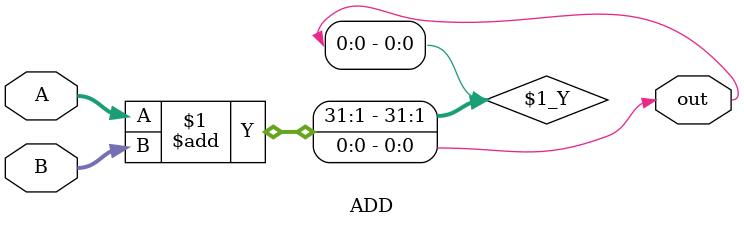
<source format=v>
module ADD(
    input [31:0]A,
    input [31:0]B,
    output out
);

assign out = A + B;
endmodule
</source>
